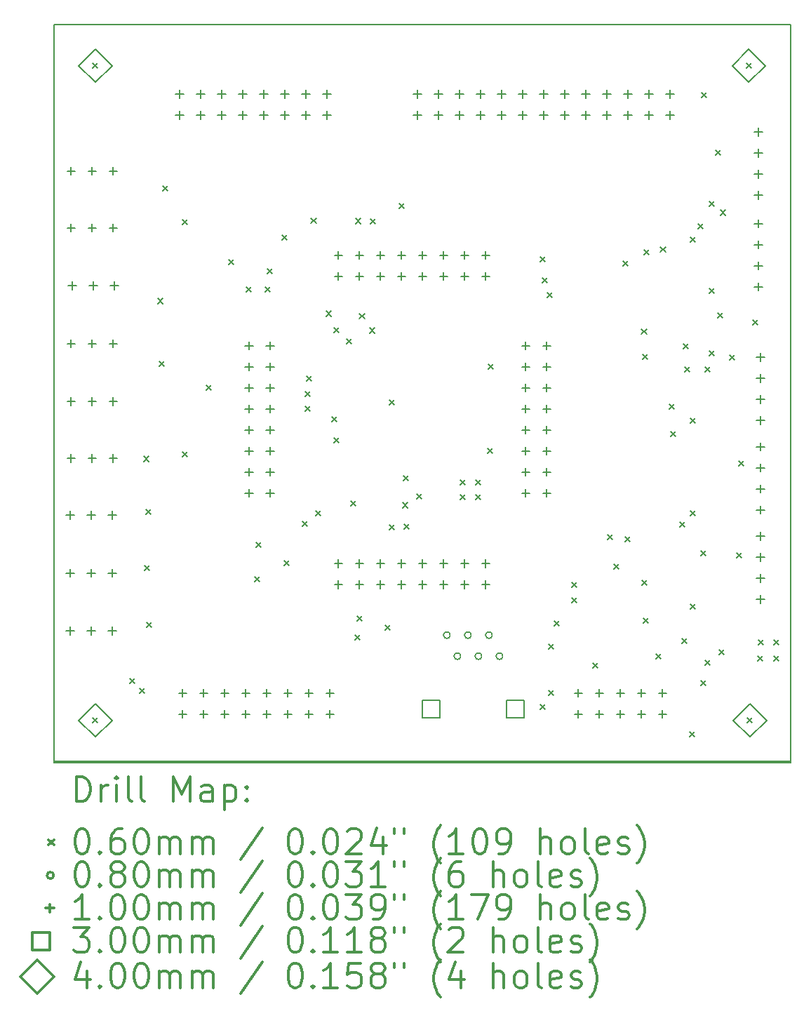
<source format=gbr>
%FSLAX45Y45*%
G04 Gerber Fmt 4.5, Leading zero omitted, Abs format (unit mm)*
G04 Created by KiCad (PCBNEW 4.0.0-rc1-stable) date mer. 14 oct. 2015 22:56:35 CEST*
%MOMM*%
G01*
G04 APERTURE LIST*
%ADD10C,0.127000*%
%ADD11C,0.150000*%
%ADD12C,0.200000*%
%ADD13C,0.300000*%
G04 APERTURE END LIST*
D10*
D11*
X6400800Y-12382500D02*
X6400800Y-3492500D01*
X15290800Y-12382500D02*
X6400800Y-12382500D01*
X15290800Y-3492500D02*
X15290800Y-12382500D01*
X6400800Y-3492500D02*
X15290800Y-3492500D01*
X15290800Y-3492500D02*
X6400800Y-3492500D01*
X15290800Y-12395200D02*
X15290800Y-3492500D01*
X6400800Y-12395200D02*
X15290800Y-12395200D01*
X6400800Y-3492500D02*
X6400800Y-12395200D01*
D12*
X6866100Y-3957800D02*
X6926100Y-4017800D01*
X6926100Y-3957800D02*
X6866100Y-4017800D01*
X6866100Y-11857200D02*
X6926100Y-11917200D01*
X6926100Y-11857200D02*
X6866100Y-11917200D01*
X7308060Y-11384760D02*
X7368060Y-11444760D01*
X7368060Y-11384760D02*
X7308060Y-11444760D01*
X7427440Y-11504140D02*
X7487440Y-11564140D01*
X7487440Y-11504140D02*
X7427440Y-11564140D01*
X7480780Y-8702520D02*
X7540780Y-8762520D01*
X7540780Y-8702520D02*
X7480780Y-8762520D01*
X7490940Y-10018240D02*
X7550940Y-10078240D01*
X7550940Y-10018240D02*
X7490940Y-10078240D01*
X7503640Y-9342600D02*
X7563640Y-9402600D01*
X7563640Y-9342600D02*
X7503640Y-9402600D01*
X7511260Y-10704040D02*
X7571260Y-10764040D01*
X7571260Y-10704040D02*
X7511260Y-10764040D01*
X7650960Y-6797520D02*
X7710960Y-6857520D01*
X7710960Y-6797520D02*
X7650960Y-6857520D01*
X7668740Y-7556980D02*
X7728740Y-7616980D01*
X7728740Y-7556980D02*
X7668740Y-7616980D01*
X7709380Y-5436080D02*
X7769380Y-5496080D01*
X7769380Y-5436080D02*
X7709380Y-5496080D01*
X7945600Y-5847560D02*
X8005600Y-5907560D01*
X8005600Y-5847560D02*
X7945600Y-5907560D01*
X7945600Y-8644100D02*
X8005600Y-8704100D01*
X8005600Y-8644100D02*
X7945600Y-8704100D01*
X8237700Y-7844000D02*
X8297700Y-7904000D01*
X8297700Y-7844000D02*
X8237700Y-7904000D01*
X8501860Y-6330160D02*
X8561860Y-6390160D01*
X8561860Y-6330160D02*
X8501860Y-6390160D01*
X8720300Y-6656550D02*
X8780300Y-6716550D01*
X8780300Y-6656550D02*
X8720300Y-6716550D01*
X8821900Y-10155400D02*
X8881900Y-10215400D01*
X8881900Y-10155400D02*
X8821900Y-10215400D01*
X8834600Y-9736300D02*
X8894600Y-9796300D01*
X8894600Y-9736300D02*
X8834600Y-9796300D01*
X8946360Y-6655280D02*
X9006360Y-6715280D01*
X9006360Y-6655280D02*
X8946360Y-6715280D01*
X8971760Y-6439380D02*
X9031760Y-6499380D01*
X9031760Y-6439380D02*
X8971760Y-6499380D01*
X9145750Y-6027900D02*
X9205750Y-6087900D01*
X9205750Y-6027900D02*
X9145750Y-6087900D01*
X9177500Y-9958550D02*
X9237500Y-10018550D01*
X9237500Y-9958550D02*
X9177500Y-10018550D01*
X9393400Y-9482300D02*
X9453400Y-9542300D01*
X9453400Y-9482300D02*
X9393400Y-9542300D01*
X9431500Y-7917660D02*
X9491500Y-7977660D01*
X9491500Y-7917660D02*
X9431500Y-7977660D01*
X9431500Y-8098000D02*
X9491500Y-8158000D01*
X9491500Y-8098000D02*
X9431500Y-8158000D01*
X9441660Y-7732240D02*
X9501660Y-7792240D01*
X9501660Y-7732240D02*
X9441660Y-7792240D01*
X9500080Y-5827240D02*
X9560080Y-5887240D01*
X9560080Y-5827240D02*
X9500080Y-5887240D01*
X9558500Y-9355300D02*
X9618500Y-9415300D01*
X9618500Y-9355300D02*
X9558500Y-9415300D01*
X9680420Y-6949920D02*
X9740420Y-7009920D01*
X9740420Y-6949920D02*
X9680420Y-7009920D01*
X9749000Y-8225000D02*
X9809000Y-8285000D01*
X9809000Y-8225000D02*
X9749000Y-8285000D01*
X9774400Y-7145500D02*
X9834400Y-7205500D01*
X9834400Y-7145500D02*
X9774400Y-7205500D01*
X9774400Y-8479000D02*
X9834400Y-8539000D01*
X9834400Y-8479000D02*
X9774400Y-8539000D01*
X9926800Y-7282660D02*
X9986800Y-7342660D01*
X9986800Y-7282660D02*
X9926800Y-7342660D01*
X9977600Y-9241000D02*
X10037600Y-9301000D01*
X10037600Y-9241000D02*
X9977600Y-9301000D01*
X10028400Y-10853900D02*
X10088400Y-10913900D01*
X10088400Y-10853900D02*
X10028400Y-10913900D01*
X10038560Y-5832320D02*
X10098560Y-5892320D01*
X10098560Y-5832320D02*
X10038560Y-5892320D01*
X10053800Y-10625300D02*
X10113800Y-10685300D01*
X10113800Y-10625300D02*
X10053800Y-10685300D01*
X10084280Y-6980400D02*
X10144280Y-7040400D01*
X10144280Y-6980400D02*
X10084280Y-7040400D01*
X10203660Y-7153120D02*
X10263660Y-7213120D01*
X10263660Y-7153120D02*
X10203660Y-7213120D01*
X10218900Y-5837400D02*
X10278900Y-5897400D01*
X10278900Y-5837400D02*
X10218900Y-5897400D01*
X10396700Y-10739600D02*
X10456700Y-10799600D01*
X10456700Y-10739600D02*
X10396700Y-10799600D01*
X10447500Y-8019260D02*
X10507500Y-8079260D01*
X10507500Y-8019260D02*
X10447500Y-8079260D01*
X10447500Y-9526750D02*
X10507500Y-9586750D01*
X10507500Y-9526750D02*
X10447500Y-9586750D01*
X10561800Y-5646900D02*
X10621800Y-5706900D01*
X10621800Y-5646900D02*
X10561800Y-5706900D01*
X10602440Y-9261320D02*
X10662440Y-9321320D01*
X10662440Y-9261320D02*
X10602440Y-9321320D01*
X10612600Y-8936200D02*
X10672600Y-8996200D01*
X10672600Y-8936200D02*
X10612600Y-8996200D01*
X10625300Y-9520400D02*
X10685300Y-9580400D01*
X10685300Y-9520400D02*
X10625300Y-9580400D01*
X10777700Y-9152100D02*
X10837700Y-9212100D01*
X10837700Y-9152100D02*
X10777700Y-9212100D01*
X11298400Y-8987000D02*
X11358400Y-9047000D01*
X11358400Y-8987000D02*
X11298400Y-9047000D01*
X11298400Y-9164800D02*
X11358400Y-9224800D01*
X11358400Y-9164800D02*
X11298400Y-9224800D01*
X11486360Y-8989540D02*
X11546360Y-9049540D01*
X11546360Y-8989540D02*
X11486360Y-9049540D01*
X11486360Y-9164800D02*
X11546360Y-9224800D01*
X11546360Y-9164800D02*
X11486360Y-9224800D01*
X11628600Y-8606000D02*
X11688600Y-8666000D01*
X11688600Y-8606000D02*
X11628600Y-8666000D01*
X11641300Y-7590000D02*
X11701300Y-7650000D01*
X11701300Y-7590000D02*
X11641300Y-7650000D01*
X12263600Y-6294600D02*
X12323600Y-6354600D01*
X12323600Y-6294600D02*
X12263600Y-6354600D01*
X12266648Y-11698196D02*
X12326648Y-11758196D01*
X12326648Y-11698196D02*
X12266648Y-11758196D01*
X12289000Y-6548600D02*
X12349000Y-6608600D01*
X12349000Y-6548600D02*
X12289000Y-6608600D01*
X12352500Y-6726400D02*
X12412500Y-6786400D01*
X12412500Y-6726400D02*
X12352500Y-6786400D01*
X12362660Y-11529032D02*
X12422660Y-11589032D01*
X12422660Y-11529032D02*
X12362660Y-11589032D01*
X12365200Y-10968200D02*
X12425200Y-11028200D01*
X12425200Y-10968200D02*
X12365200Y-11028200D01*
X12430224Y-10688800D02*
X12490224Y-10748800D01*
X12490224Y-10688800D02*
X12430224Y-10748800D01*
X12644600Y-10218900D02*
X12704600Y-10278900D01*
X12704600Y-10218900D02*
X12644600Y-10278900D01*
X12644600Y-10409400D02*
X12704600Y-10469400D01*
X12704600Y-10409400D02*
X12644600Y-10469400D01*
X12900632Y-11192736D02*
X12960632Y-11252736D01*
X12960632Y-11192736D02*
X12900632Y-11252736D01*
X13076400Y-9647400D02*
X13136400Y-9707400D01*
X13136400Y-9647400D02*
X13076400Y-9707400D01*
X13152600Y-10003000D02*
X13212600Y-10063000D01*
X13212600Y-10003000D02*
X13152600Y-10063000D01*
X13266900Y-6345400D02*
X13326900Y-6405400D01*
X13326900Y-6345400D02*
X13266900Y-6405400D01*
X13292300Y-9672800D02*
X13352300Y-9732800D01*
X13352300Y-9672800D02*
X13292300Y-9732800D01*
X13487880Y-7163280D02*
X13547880Y-7223280D01*
X13547880Y-7163280D02*
X13487880Y-7223280D01*
X13495500Y-10193500D02*
X13555500Y-10253500D01*
X13555500Y-10193500D02*
X13495500Y-10253500D01*
X13498040Y-7470620D02*
X13558040Y-7530620D01*
X13558040Y-7470620D02*
X13498040Y-7530620D01*
X13508200Y-10650700D02*
X13568200Y-10710700D01*
X13568200Y-10650700D02*
X13508200Y-10710700D01*
X13520900Y-6205700D02*
X13580900Y-6265700D01*
X13580900Y-6205700D02*
X13520900Y-6265700D01*
X13660600Y-11082500D02*
X13720600Y-11142500D01*
X13720600Y-11082500D02*
X13660600Y-11142500D01*
X13716480Y-6177760D02*
X13776480Y-6237760D01*
X13776480Y-6177760D02*
X13716480Y-6237760D01*
X13825700Y-8072600D02*
X13885700Y-8132600D01*
X13885700Y-8072600D02*
X13825700Y-8132600D01*
X13838400Y-8402800D02*
X13898400Y-8462800D01*
X13898400Y-8402800D02*
X13838400Y-8462800D01*
X13952700Y-9495000D02*
X14012700Y-9555000D01*
X14012700Y-9495000D02*
X13952700Y-9555000D01*
X13971750Y-10898350D02*
X14031750Y-10958350D01*
X14031750Y-10898350D02*
X13971750Y-10958350D01*
X13993340Y-7343620D02*
X14053340Y-7403620D01*
X14053340Y-7343620D02*
X13993340Y-7403620D01*
X14008580Y-7623020D02*
X14068580Y-7683020D01*
X14068580Y-7623020D02*
X14008580Y-7683020D01*
X14067000Y-12022300D02*
X14127000Y-12082300D01*
X14127000Y-12022300D02*
X14067000Y-12082300D01*
X14077160Y-6053300D02*
X14137160Y-6113300D01*
X14137160Y-6053300D02*
X14077160Y-6113300D01*
X14079700Y-8237700D02*
X14139700Y-8297700D01*
X14139700Y-8237700D02*
X14079700Y-8297700D01*
X14079700Y-9355300D02*
X14139700Y-9415300D01*
X14139700Y-9355300D02*
X14079700Y-9415300D01*
X14079700Y-10485600D02*
X14139700Y-10545600D01*
X14139700Y-10485600D02*
X14079700Y-10545600D01*
X14171140Y-5898360D02*
X14231140Y-5958360D01*
X14231140Y-5898360D02*
X14171140Y-5958360D01*
X14206700Y-9837900D02*
X14266700Y-9897900D01*
X14266700Y-9837900D02*
X14206700Y-9897900D01*
X14206700Y-11406350D02*
X14266700Y-11466350D01*
X14266700Y-11406350D02*
X14206700Y-11466350D01*
X14211780Y-4315940D02*
X14271780Y-4375940D01*
X14271780Y-4315940D02*
X14211780Y-4375940D01*
X14254960Y-7620480D02*
X14314960Y-7680480D01*
X14314960Y-7620480D02*
X14254960Y-7680480D01*
X14257500Y-11158700D02*
X14317500Y-11218700D01*
X14317500Y-11158700D02*
X14257500Y-11218700D01*
X14308300Y-5621500D02*
X14368300Y-5681500D01*
X14368300Y-5621500D02*
X14308300Y-5681500D01*
X14308300Y-6675600D02*
X14368300Y-6735600D01*
X14368300Y-6675600D02*
X14308300Y-6735600D01*
X14308300Y-7424900D02*
X14368300Y-7484900D01*
X14368300Y-7424900D02*
X14308300Y-7484900D01*
X14379420Y-5009360D02*
X14439420Y-5069360D01*
X14439420Y-5009360D02*
X14379420Y-5069360D01*
X14409900Y-6967700D02*
X14469900Y-7027700D01*
X14469900Y-6967700D02*
X14409900Y-7027700D01*
X14422600Y-11031700D02*
X14482600Y-11091700D01*
X14482600Y-11031700D02*
X14422600Y-11091700D01*
X14440380Y-5730720D02*
X14500380Y-5790720D01*
X14500380Y-5730720D02*
X14440380Y-5790720D01*
X14549600Y-7475700D02*
X14609600Y-7535700D01*
X14609600Y-7475700D02*
X14549600Y-7535700D01*
X14638500Y-9863300D02*
X14698500Y-9923300D01*
X14698500Y-9863300D02*
X14638500Y-9923300D01*
X14663900Y-8758400D02*
X14723900Y-8818400D01*
X14723900Y-8758400D02*
X14663900Y-8818400D01*
X14752800Y-3957800D02*
X14812800Y-4017800D01*
X14812800Y-3957800D02*
X14752800Y-4017800D01*
X14765500Y-11857200D02*
X14825500Y-11917200D01*
X14825500Y-11857200D02*
X14765500Y-11917200D01*
X14829000Y-7056600D02*
X14889000Y-7116600D01*
X14889000Y-7056600D02*
X14829000Y-7116600D01*
X14892500Y-11107900D02*
X14952500Y-11167900D01*
X14952500Y-11107900D02*
X14892500Y-11167900D01*
X14895040Y-10919940D02*
X14955040Y-10979940D01*
X14955040Y-10919940D02*
X14895040Y-10979940D01*
X15083000Y-10919940D02*
X15143000Y-10979940D01*
X15143000Y-10919940D02*
X15083000Y-10979940D01*
X15085540Y-11107900D02*
X15145540Y-11167900D01*
X15145540Y-11107900D02*
X15085540Y-11167900D01*
X11177900Y-10858500D02*
G75*
G03X11177900Y-10858500I-40000J0D01*
G01*
X11304900Y-11112500D02*
G75*
G03X11304900Y-11112500I-40000J0D01*
G01*
X11431900Y-10858500D02*
G75*
G03X11431900Y-10858500I-40000J0D01*
G01*
X11558900Y-11112500D02*
G75*
G03X11558900Y-11112500I-40000J0D01*
G01*
X11685900Y-10858500D02*
G75*
G03X11685900Y-10858500I-40000J0D01*
G01*
X11812900Y-11112500D02*
G75*
G03X11812900Y-11112500I-40000J0D01*
G01*
X6591300Y-9360700D02*
X6591300Y-9460700D01*
X6541300Y-9410700D02*
X6641300Y-9410700D01*
X6591300Y-10059200D02*
X6591300Y-10159200D01*
X6541300Y-10109200D02*
X6641300Y-10109200D01*
X6591300Y-10757700D02*
X6591300Y-10857700D01*
X6541300Y-10807700D02*
X6641300Y-10807700D01*
X6604000Y-5207800D02*
X6604000Y-5307800D01*
X6554000Y-5257800D02*
X6654000Y-5257800D01*
X6604000Y-5893600D02*
X6604000Y-5993600D01*
X6554000Y-5943600D02*
X6654000Y-5943600D01*
X6604000Y-7290600D02*
X6604000Y-7390600D01*
X6554000Y-7340600D02*
X6654000Y-7340600D01*
X6604000Y-7989100D02*
X6604000Y-8089100D01*
X6554000Y-8039100D02*
X6654000Y-8039100D01*
X6604000Y-8674900D02*
X6604000Y-8774900D01*
X6554000Y-8724900D02*
X6654000Y-8724900D01*
X6616700Y-6592100D02*
X6616700Y-6692100D01*
X6566700Y-6642100D02*
X6666700Y-6642100D01*
X6845300Y-9360700D02*
X6845300Y-9460700D01*
X6795300Y-9410700D02*
X6895300Y-9410700D01*
X6845300Y-10059200D02*
X6845300Y-10159200D01*
X6795300Y-10109200D02*
X6895300Y-10109200D01*
X6845300Y-10757700D02*
X6845300Y-10857700D01*
X6795300Y-10807700D02*
X6895300Y-10807700D01*
X6858000Y-5207800D02*
X6858000Y-5307800D01*
X6808000Y-5257800D02*
X6908000Y-5257800D01*
X6858000Y-5893600D02*
X6858000Y-5993600D01*
X6808000Y-5943600D02*
X6908000Y-5943600D01*
X6858000Y-7290600D02*
X6858000Y-7390600D01*
X6808000Y-7340600D02*
X6908000Y-7340600D01*
X6858000Y-7989100D02*
X6858000Y-8089100D01*
X6808000Y-8039100D02*
X6908000Y-8039100D01*
X6858000Y-8674900D02*
X6858000Y-8774900D01*
X6808000Y-8724900D02*
X6908000Y-8724900D01*
X6870700Y-6592100D02*
X6870700Y-6692100D01*
X6820700Y-6642100D02*
X6920700Y-6642100D01*
X7099300Y-9360700D02*
X7099300Y-9460700D01*
X7049300Y-9410700D02*
X7149300Y-9410700D01*
X7099300Y-10059200D02*
X7099300Y-10159200D01*
X7049300Y-10109200D02*
X7149300Y-10109200D01*
X7099300Y-10757700D02*
X7099300Y-10857700D01*
X7049300Y-10807700D02*
X7149300Y-10807700D01*
X7112000Y-5207800D02*
X7112000Y-5307800D01*
X7062000Y-5257800D02*
X7162000Y-5257800D01*
X7112000Y-5893600D02*
X7112000Y-5993600D01*
X7062000Y-5943600D02*
X7162000Y-5943600D01*
X7112000Y-7290600D02*
X7112000Y-7390600D01*
X7062000Y-7340600D02*
X7162000Y-7340600D01*
X7112000Y-7989100D02*
X7112000Y-8089100D01*
X7062000Y-8039100D02*
X7162000Y-8039100D01*
X7112000Y-8674900D02*
X7112000Y-8774900D01*
X7062000Y-8724900D02*
X7162000Y-8724900D01*
X7124700Y-6592100D02*
X7124700Y-6692100D01*
X7074700Y-6642100D02*
X7174700Y-6642100D01*
X7912100Y-4280700D02*
X7912100Y-4380700D01*
X7862100Y-4330700D02*
X7962100Y-4330700D01*
X7912100Y-4534700D02*
X7912100Y-4634700D01*
X7862100Y-4584700D02*
X7962100Y-4584700D01*
X7950200Y-11507000D02*
X7950200Y-11607000D01*
X7900200Y-11557000D02*
X8000200Y-11557000D01*
X7950200Y-11761000D02*
X7950200Y-11861000D01*
X7900200Y-11811000D02*
X8000200Y-11811000D01*
X8166100Y-4280700D02*
X8166100Y-4380700D01*
X8116100Y-4330700D02*
X8216100Y-4330700D01*
X8166100Y-4534700D02*
X8166100Y-4634700D01*
X8116100Y-4584700D02*
X8216100Y-4584700D01*
X8204200Y-11507000D02*
X8204200Y-11607000D01*
X8154200Y-11557000D02*
X8254200Y-11557000D01*
X8204200Y-11761000D02*
X8204200Y-11861000D01*
X8154200Y-11811000D02*
X8254200Y-11811000D01*
X8420100Y-4280700D02*
X8420100Y-4380700D01*
X8370100Y-4330700D02*
X8470100Y-4330700D01*
X8420100Y-4534700D02*
X8420100Y-4634700D01*
X8370100Y-4584700D02*
X8470100Y-4584700D01*
X8458200Y-11507000D02*
X8458200Y-11607000D01*
X8408200Y-11557000D02*
X8508200Y-11557000D01*
X8458200Y-11761000D02*
X8458200Y-11861000D01*
X8408200Y-11811000D02*
X8508200Y-11811000D01*
X8674100Y-4280700D02*
X8674100Y-4380700D01*
X8624100Y-4330700D02*
X8724100Y-4330700D01*
X8674100Y-4534700D02*
X8674100Y-4634700D01*
X8624100Y-4584700D02*
X8724100Y-4584700D01*
X8712200Y-11507000D02*
X8712200Y-11607000D01*
X8662200Y-11557000D02*
X8762200Y-11557000D01*
X8712200Y-11761000D02*
X8712200Y-11861000D01*
X8662200Y-11811000D02*
X8762200Y-11811000D01*
X8750300Y-7316000D02*
X8750300Y-7416000D01*
X8700300Y-7366000D02*
X8800300Y-7366000D01*
X8750300Y-7570000D02*
X8750300Y-7670000D01*
X8700300Y-7620000D02*
X8800300Y-7620000D01*
X8750300Y-7824000D02*
X8750300Y-7924000D01*
X8700300Y-7874000D02*
X8800300Y-7874000D01*
X8750300Y-8078000D02*
X8750300Y-8178000D01*
X8700300Y-8128000D02*
X8800300Y-8128000D01*
X8750300Y-8332000D02*
X8750300Y-8432000D01*
X8700300Y-8382000D02*
X8800300Y-8382000D01*
X8750300Y-8586000D02*
X8750300Y-8686000D01*
X8700300Y-8636000D02*
X8800300Y-8636000D01*
X8750300Y-8840000D02*
X8750300Y-8940000D01*
X8700300Y-8890000D02*
X8800300Y-8890000D01*
X8750300Y-9094000D02*
X8750300Y-9194000D01*
X8700300Y-9144000D02*
X8800300Y-9144000D01*
X8928100Y-4280700D02*
X8928100Y-4380700D01*
X8878100Y-4330700D02*
X8978100Y-4330700D01*
X8928100Y-4534700D02*
X8928100Y-4634700D01*
X8878100Y-4584700D02*
X8978100Y-4584700D01*
X8966200Y-11507000D02*
X8966200Y-11607000D01*
X8916200Y-11557000D02*
X9016200Y-11557000D01*
X8966200Y-11761000D02*
X8966200Y-11861000D01*
X8916200Y-11811000D02*
X9016200Y-11811000D01*
X9004300Y-7316000D02*
X9004300Y-7416000D01*
X8954300Y-7366000D02*
X9054300Y-7366000D01*
X9004300Y-7570000D02*
X9004300Y-7670000D01*
X8954300Y-7620000D02*
X9054300Y-7620000D01*
X9004300Y-7824000D02*
X9004300Y-7924000D01*
X8954300Y-7874000D02*
X9054300Y-7874000D01*
X9004300Y-8078000D02*
X9004300Y-8178000D01*
X8954300Y-8128000D02*
X9054300Y-8128000D01*
X9004300Y-8332000D02*
X9004300Y-8432000D01*
X8954300Y-8382000D02*
X9054300Y-8382000D01*
X9004300Y-8586000D02*
X9004300Y-8686000D01*
X8954300Y-8636000D02*
X9054300Y-8636000D01*
X9004300Y-8840000D02*
X9004300Y-8940000D01*
X8954300Y-8890000D02*
X9054300Y-8890000D01*
X9004300Y-9094000D02*
X9004300Y-9194000D01*
X8954300Y-9144000D02*
X9054300Y-9144000D01*
X9182100Y-4280700D02*
X9182100Y-4380700D01*
X9132100Y-4330700D02*
X9232100Y-4330700D01*
X9182100Y-4534700D02*
X9182100Y-4634700D01*
X9132100Y-4584700D02*
X9232100Y-4584700D01*
X9220200Y-11507000D02*
X9220200Y-11607000D01*
X9170200Y-11557000D02*
X9270200Y-11557000D01*
X9220200Y-11761000D02*
X9220200Y-11861000D01*
X9170200Y-11811000D02*
X9270200Y-11811000D01*
X9436100Y-4280700D02*
X9436100Y-4380700D01*
X9386100Y-4330700D02*
X9486100Y-4330700D01*
X9436100Y-4534700D02*
X9436100Y-4634700D01*
X9386100Y-4584700D02*
X9486100Y-4584700D01*
X9474200Y-11507000D02*
X9474200Y-11607000D01*
X9424200Y-11557000D02*
X9524200Y-11557000D01*
X9474200Y-11761000D02*
X9474200Y-11861000D01*
X9424200Y-11811000D02*
X9524200Y-11811000D01*
X9690100Y-4280700D02*
X9690100Y-4380700D01*
X9640100Y-4330700D02*
X9740100Y-4330700D01*
X9690100Y-4534700D02*
X9690100Y-4634700D01*
X9640100Y-4584700D02*
X9740100Y-4584700D01*
X9728200Y-11507000D02*
X9728200Y-11607000D01*
X9678200Y-11557000D02*
X9778200Y-11557000D01*
X9728200Y-11761000D02*
X9728200Y-11861000D01*
X9678200Y-11811000D02*
X9778200Y-11811000D01*
X9829800Y-6223800D02*
X9829800Y-6323800D01*
X9779800Y-6273800D02*
X9879800Y-6273800D01*
X9829800Y-6477800D02*
X9829800Y-6577800D01*
X9779800Y-6527800D02*
X9879800Y-6527800D01*
X9829800Y-9944646D02*
X9829800Y-10044646D01*
X9779800Y-9994646D02*
X9879800Y-9994646D01*
X9829800Y-10198646D02*
X9829800Y-10298646D01*
X9779800Y-10248646D02*
X9879800Y-10248646D01*
X10083800Y-6223800D02*
X10083800Y-6323800D01*
X10033800Y-6273800D02*
X10133800Y-6273800D01*
X10083800Y-6477800D02*
X10083800Y-6577800D01*
X10033800Y-6527800D02*
X10133800Y-6527800D01*
X10083800Y-9944646D02*
X10083800Y-10044646D01*
X10033800Y-9994646D02*
X10133800Y-9994646D01*
X10083800Y-10198646D02*
X10083800Y-10298646D01*
X10033800Y-10248646D02*
X10133800Y-10248646D01*
X10337800Y-6223800D02*
X10337800Y-6323800D01*
X10287800Y-6273800D02*
X10387800Y-6273800D01*
X10337800Y-6477800D02*
X10337800Y-6577800D01*
X10287800Y-6527800D02*
X10387800Y-6527800D01*
X10337800Y-9944646D02*
X10337800Y-10044646D01*
X10287800Y-9994646D02*
X10387800Y-9994646D01*
X10337800Y-10198646D02*
X10337800Y-10298646D01*
X10287800Y-10248646D02*
X10387800Y-10248646D01*
X10591800Y-6223800D02*
X10591800Y-6323800D01*
X10541800Y-6273800D02*
X10641800Y-6273800D01*
X10591800Y-6477800D02*
X10591800Y-6577800D01*
X10541800Y-6527800D02*
X10641800Y-6527800D01*
X10591800Y-9944646D02*
X10591800Y-10044646D01*
X10541800Y-9994646D02*
X10641800Y-9994646D01*
X10591800Y-10198646D02*
X10591800Y-10298646D01*
X10541800Y-10248646D02*
X10641800Y-10248646D01*
X10782300Y-4280700D02*
X10782300Y-4380700D01*
X10732300Y-4330700D02*
X10832300Y-4330700D01*
X10782300Y-4534700D02*
X10782300Y-4634700D01*
X10732300Y-4584700D02*
X10832300Y-4584700D01*
X10845800Y-6223800D02*
X10845800Y-6323800D01*
X10795800Y-6273800D02*
X10895800Y-6273800D01*
X10845800Y-6477800D02*
X10845800Y-6577800D01*
X10795800Y-6527800D02*
X10895800Y-6527800D01*
X10845800Y-9944646D02*
X10845800Y-10044646D01*
X10795800Y-9994646D02*
X10895800Y-9994646D01*
X10845800Y-10198646D02*
X10845800Y-10298646D01*
X10795800Y-10248646D02*
X10895800Y-10248646D01*
X11036300Y-4280700D02*
X11036300Y-4380700D01*
X10986300Y-4330700D02*
X11086300Y-4330700D01*
X11036300Y-4534700D02*
X11036300Y-4634700D01*
X10986300Y-4584700D02*
X11086300Y-4584700D01*
X11099800Y-6223800D02*
X11099800Y-6323800D01*
X11049800Y-6273800D02*
X11149800Y-6273800D01*
X11099800Y-6477800D02*
X11099800Y-6577800D01*
X11049800Y-6527800D02*
X11149800Y-6527800D01*
X11099800Y-9944646D02*
X11099800Y-10044646D01*
X11049800Y-9994646D02*
X11149800Y-9994646D01*
X11099800Y-10198646D02*
X11099800Y-10298646D01*
X11049800Y-10248646D02*
X11149800Y-10248646D01*
X11290300Y-4280700D02*
X11290300Y-4380700D01*
X11240300Y-4330700D02*
X11340300Y-4330700D01*
X11290300Y-4534700D02*
X11290300Y-4634700D01*
X11240300Y-4584700D02*
X11340300Y-4584700D01*
X11353800Y-6223800D02*
X11353800Y-6323800D01*
X11303800Y-6273800D02*
X11403800Y-6273800D01*
X11353800Y-6477800D02*
X11353800Y-6577800D01*
X11303800Y-6527800D02*
X11403800Y-6527800D01*
X11353800Y-9944646D02*
X11353800Y-10044646D01*
X11303800Y-9994646D02*
X11403800Y-9994646D01*
X11353800Y-10198646D02*
X11353800Y-10298646D01*
X11303800Y-10248646D02*
X11403800Y-10248646D01*
X11544300Y-4280700D02*
X11544300Y-4380700D01*
X11494300Y-4330700D02*
X11594300Y-4330700D01*
X11544300Y-4534700D02*
X11544300Y-4634700D01*
X11494300Y-4584700D02*
X11594300Y-4584700D01*
X11607800Y-6223800D02*
X11607800Y-6323800D01*
X11557800Y-6273800D02*
X11657800Y-6273800D01*
X11607800Y-6477800D02*
X11607800Y-6577800D01*
X11557800Y-6527800D02*
X11657800Y-6527800D01*
X11607800Y-9944646D02*
X11607800Y-10044646D01*
X11557800Y-9994646D02*
X11657800Y-9994646D01*
X11607800Y-10198646D02*
X11607800Y-10298646D01*
X11557800Y-10248646D02*
X11657800Y-10248646D01*
X11798300Y-4280700D02*
X11798300Y-4380700D01*
X11748300Y-4330700D02*
X11848300Y-4330700D01*
X11798300Y-4534700D02*
X11798300Y-4634700D01*
X11748300Y-4584700D02*
X11848300Y-4584700D01*
X12052300Y-4280700D02*
X12052300Y-4380700D01*
X12002300Y-4330700D02*
X12102300Y-4330700D01*
X12052300Y-4534700D02*
X12052300Y-4634700D01*
X12002300Y-4584700D02*
X12102300Y-4584700D01*
X12090400Y-7316000D02*
X12090400Y-7416000D01*
X12040400Y-7366000D02*
X12140400Y-7366000D01*
X12090400Y-7570000D02*
X12090400Y-7670000D01*
X12040400Y-7620000D02*
X12140400Y-7620000D01*
X12090400Y-7824000D02*
X12090400Y-7924000D01*
X12040400Y-7874000D02*
X12140400Y-7874000D01*
X12090400Y-8078000D02*
X12090400Y-8178000D01*
X12040400Y-8128000D02*
X12140400Y-8128000D01*
X12090400Y-8332000D02*
X12090400Y-8432000D01*
X12040400Y-8382000D02*
X12140400Y-8382000D01*
X12090400Y-8586000D02*
X12090400Y-8686000D01*
X12040400Y-8636000D02*
X12140400Y-8636000D01*
X12090400Y-8840000D02*
X12090400Y-8940000D01*
X12040400Y-8890000D02*
X12140400Y-8890000D01*
X12090400Y-9094000D02*
X12090400Y-9194000D01*
X12040400Y-9144000D02*
X12140400Y-9144000D01*
X12306300Y-4280700D02*
X12306300Y-4380700D01*
X12256300Y-4330700D02*
X12356300Y-4330700D01*
X12306300Y-4534700D02*
X12306300Y-4634700D01*
X12256300Y-4584700D02*
X12356300Y-4584700D01*
X12344400Y-7316000D02*
X12344400Y-7416000D01*
X12294400Y-7366000D02*
X12394400Y-7366000D01*
X12344400Y-7570000D02*
X12344400Y-7670000D01*
X12294400Y-7620000D02*
X12394400Y-7620000D01*
X12344400Y-7824000D02*
X12344400Y-7924000D01*
X12294400Y-7874000D02*
X12394400Y-7874000D01*
X12344400Y-8078000D02*
X12344400Y-8178000D01*
X12294400Y-8128000D02*
X12394400Y-8128000D01*
X12344400Y-8332000D02*
X12344400Y-8432000D01*
X12294400Y-8382000D02*
X12394400Y-8382000D01*
X12344400Y-8586000D02*
X12344400Y-8686000D01*
X12294400Y-8636000D02*
X12394400Y-8636000D01*
X12344400Y-8840000D02*
X12344400Y-8940000D01*
X12294400Y-8890000D02*
X12394400Y-8890000D01*
X12344400Y-9094000D02*
X12344400Y-9194000D01*
X12294400Y-9144000D02*
X12394400Y-9144000D01*
X12560300Y-4280700D02*
X12560300Y-4380700D01*
X12510300Y-4330700D02*
X12610300Y-4330700D01*
X12560300Y-4534700D02*
X12560300Y-4634700D01*
X12510300Y-4584700D02*
X12610300Y-4584700D01*
X12725400Y-11507000D02*
X12725400Y-11607000D01*
X12675400Y-11557000D02*
X12775400Y-11557000D01*
X12725400Y-11761000D02*
X12725400Y-11861000D01*
X12675400Y-11811000D02*
X12775400Y-11811000D01*
X12814300Y-4280700D02*
X12814300Y-4380700D01*
X12764300Y-4330700D02*
X12864300Y-4330700D01*
X12814300Y-4534700D02*
X12814300Y-4634700D01*
X12764300Y-4584700D02*
X12864300Y-4584700D01*
X12979400Y-11507000D02*
X12979400Y-11607000D01*
X12929400Y-11557000D02*
X13029400Y-11557000D01*
X12979400Y-11761000D02*
X12979400Y-11861000D01*
X12929400Y-11811000D02*
X13029400Y-11811000D01*
X13068300Y-4280700D02*
X13068300Y-4380700D01*
X13018300Y-4330700D02*
X13118300Y-4330700D01*
X13068300Y-4534700D02*
X13068300Y-4634700D01*
X13018300Y-4584700D02*
X13118300Y-4584700D01*
X13233400Y-11507000D02*
X13233400Y-11607000D01*
X13183400Y-11557000D02*
X13283400Y-11557000D01*
X13233400Y-11761000D02*
X13233400Y-11861000D01*
X13183400Y-11811000D02*
X13283400Y-11811000D01*
X13322300Y-4280700D02*
X13322300Y-4380700D01*
X13272300Y-4330700D02*
X13372300Y-4330700D01*
X13322300Y-4534700D02*
X13322300Y-4634700D01*
X13272300Y-4584700D02*
X13372300Y-4584700D01*
X13487400Y-11507000D02*
X13487400Y-11607000D01*
X13437400Y-11557000D02*
X13537400Y-11557000D01*
X13487400Y-11761000D02*
X13487400Y-11861000D01*
X13437400Y-11811000D02*
X13537400Y-11811000D01*
X13576300Y-4280700D02*
X13576300Y-4380700D01*
X13526300Y-4330700D02*
X13626300Y-4330700D01*
X13576300Y-4534700D02*
X13576300Y-4634700D01*
X13526300Y-4584700D02*
X13626300Y-4584700D01*
X13741400Y-11507000D02*
X13741400Y-11607000D01*
X13691400Y-11557000D02*
X13791400Y-11557000D01*
X13741400Y-11761000D02*
X13741400Y-11861000D01*
X13691400Y-11811000D02*
X13791400Y-11811000D01*
X13830300Y-4280700D02*
X13830300Y-4380700D01*
X13780300Y-4330700D02*
X13880300Y-4330700D01*
X13830300Y-4534700D02*
X13830300Y-4634700D01*
X13780300Y-4584700D02*
X13880300Y-4584700D01*
X14897100Y-4737900D02*
X14897100Y-4837900D01*
X14847100Y-4787900D02*
X14947100Y-4787900D01*
X14897100Y-4991900D02*
X14897100Y-5091900D01*
X14847100Y-5041900D02*
X14947100Y-5041900D01*
X14897100Y-5245900D02*
X14897100Y-5345900D01*
X14847100Y-5295900D02*
X14947100Y-5295900D01*
X14897100Y-5499900D02*
X14897100Y-5599900D01*
X14847100Y-5549900D02*
X14947100Y-5549900D01*
X14897100Y-5842800D02*
X14897100Y-5942800D01*
X14847100Y-5892800D02*
X14947100Y-5892800D01*
X14897100Y-6096800D02*
X14897100Y-6196800D01*
X14847100Y-6146800D02*
X14947100Y-6146800D01*
X14897100Y-6350800D02*
X14897100Y-6450800D01*
X14847100Y-6400800D02*
X14947100Y-6400800D01*
X14897100Y-6604800D02*
X14897100Y-6704800D01*
X14847100Y-6654800D02*
X14947100Y-6654800D01*
X14922500Y-7455700D02*
X14922500Y-7555700D01*
X14872500Y-7505700D02*
X14972500Y-7505700D01*
X14922500Y-7709700D02*
X14922500Y-7809700D01*
X14872500Y-7759700D02*
X14972500Y-7759700D01*
X14922500Y-7963700D02*
X14922500Y-8063700D01*
X14872500Y-8013700D02*
X14972500Y-8013700D01*
X14922500Y-8217700D02*
X14922500Y-8317700D01*
X14872500Y-8267700D02*
X14972500Y-8267700D01*
X14922500Y-8535200D02*
X14922500Y-8635200D01*
X14872500Y-8585200D02*
X14972500Y-8585200D01*
X14922500Y-8789200D02*
X14922500Y-8889200D01*
X14872500Y-8839200D02*
X14972500Y-8839200D01*
X14922500Y-9043200D02*
X14922500Y-9143200D01*
X14872500Y-9093200D02*
X14972500Y-9093200D01*
X14922500Y-9297200D02*
X14922500Y-9397200D01*
X14872500Y-9347200D02*
X14972500Y-9347200D01*
X14922500Y-9614700D02*
X14922500Y-9714700D01*
X14872500Y-9664700D02*
X14972500Y-9664700D01*
X14922500Y-9868700D02*
X14922500Y-9968700D01*
X14872500Y-9918700D02*
X14972500Y-9918700D01*
X14922500Y-10122700D02*
X14922500Y-10222700D01*
X14872500Y-10172700D02*
X14972500Y-10172700D01*
X14922500Y-10376700D02*
X14922500Y-10476700D01*
X14872500Y-10426700D02*
X14972500Y-10426700D01*
X11053467Y-11853567D02*
X11053467Y-11641433D01*
X10841333Y-11641433D01*
X10841333Y-11853567D01*
X11053467Y-11853567D01*
X12069467Y-11853567D02*
X12069467Y-11641433D01*
X11857333Y-11641433D01*
X11857333Y-11853567D01*
X12069467Y-11853567D01*
X6896100Y-4187825D02*
X7096125Y-3987800D01*
X6896100Y-3787775D01*
X6696075Y-3987800D01*
X6896100Y-4187825D01*
X6896100Y-12087225D02*
X7096125Y-11887200D01*
X6896100Y-11687175D01*
X6696075Y-11887200D01*
X6896100Y-12087225D01*
X14782800Y-4187825D02*
X14982825Y-3987800D01*
X14782800Y-3787775D01*
X14582775Y-3987800D01*
X14782800Y-4187825D01*
X14795500Y-12087225D02*
X14995525Y-11887200D01*
X14795500Y-11687175D01*
X14595475Y-11887200D01*
X14795500Y-12087225D01*
D13*
X6664728Y-12868414D02*
X6664728Y-12568414D01*
X6736157Y-12568414D01*
X6779014Y-12582700D01*
X6807586Y-12611271D01*
X6821871Y-12639843D01*
X6836157Y-12696986D01*
X6836157Y-12739843D01*
X6821871Y-12796986D01*
X6807586Y-12825557D01*
X6779014Y-12854129D01*
X6736157Y-12868414D01*
X6664728Y-12868414D01*
X6964728Y-12868414D02*
X6964728Y-12668414D01*
X6964728Y-12725557D02*
X6979014Y-12696986D01*
X6993300Y-12682700D01*
X7021871Y-12668414D01*
X7050443Y-12668414D01*
X7150443Y-12868414D02*
X7150443Y-12668414D01*
X7150443Y-12568414D02*
X7136157Y-12582700D01*
X7150443Y-12596986D01*
X7164728Y-12582700D01*
X7150443Y-12568414D01*
X7150443Y-12596986D01*
X7336157Y-12868414D02*
X7307586Y-12854129D01*
X7293300Y-12825557D01*
X7293300Y-12568414D01*
X7493300Y-12868414D02*
X7464728Y-12854129D01*
X7450443Y-12825557D01*
X7450443Y-12568414D01*
X7836157Y-12868414D02*
X7836157Y-12568414D01*
X7936157Y-12782700D01*
X8036157Y-12568414D01*
X8036157Y-12868414D01*
X8307586Y-12868414D02*
X8307586Y-12711271D01*
X8293300Y-12682700D01*
X8264728Y-12668414D01*
X8207586Y-12668414D01*
X8179014Y-12682700D01*
X8307586Y-12854129D02*
X8279014Y-12868414D01*
X8207586Y-12868414D01*
X8179014Y-12854129D01*
X8164728Y-12825557D01*
X8164728Y-12796986D01*
X8179014Y-12768414D01*
X8207586Y-12754129D01*
X8279014Y-12754129D01*
X8307586Y-12739843D01*
X8450443Y-12668414D02*
X8450443Y-12968414D01*
X8450443Y-12682700D02*
X8479014Y-12668414D01*
X8536157Y-12668414D01*
X8564729Y-12682700D01*
X8579014Y-12696986D01*
X8593300Y-12725557D01*
X8593300Y-12811271D01*
X8579014Y-12839843D01*
X8564729Y-12854129D01*
X8536157Y-12868414D01*
X8479014Y-12868414D01*
X8450443Y-12854129D01*
X8721871Y-12839843D02*
X8736157Y-12854129D01*
X8721871Y-12868414D01*
X8707586Y-12854129D01*
X8721871Y-12839843D01*
X8721871Y-12868414D01*
X8721871Y-12682700D02*
X8736157Y-12696986D01*
X8721871Y-12711271D01*
X8707586Y-12696986D01*
X8721871Y-12682700D01*
X8721871Y-12711271D01*
X6333300Y-13332700D02*
X6393300Y-13392700D01*
X6393300Y-13332700D02*
X6333300Y-13392700D01*
X6721871Y-13198414D02*
X6750443Y-13198414D01*
X6779014Y-13212700D01*
X6793300Y-13226986D01*
X6807586Y-13255557D01*
X6821871Y-13312700D01*
X6821871Y-13384129D01*
X6807586Y-13441271D01*
X6793300Y-13469843D01*
X6779014Y-13484129D01*
X6750443Y-13498414D01*
X6721871Y-13498414D01*
X6693300Y-13484129D01*
X6679014Y-13469843D01*
X6664728Y-13441271D01*
X6650443Y-13384129D01*
X6650443Y-13312700D01*
X6664728Y-13255557D01*
X6679014Y-13226986D01*
X6693300Y-13212700D01*
X6721871Y-13198414D01*
X6950443Y-13469843D02*
X6964728Y-13484129D01*
X6950443Y-13498414D01*
X6936157Y-13484129D01*
X6950443Y-13469843D01*
X6950443Y-13498414D01*
X7221871Y-13198414D02*
X7164728Y-13198414D01*
X7136157Y-13212700D01*
X7121871Y-13226986D01*
X7093300Y-13269843D01*
X7079014Y-13326986D01*
X7079014Y-13441271D01*
X7093300Y-13469843D01*
X7107586Y-13484129D01*
X7136157Y-13498414D01*
X7193300Y-13498414D01*
X7221871Y-13484129D01*
X7236157Y-13469843D01*
X7250443Y-13441271D01*
X7250443Y-13369843D01*
X7236157Y-13341271D01*
X7221871Y-13326986D01*
X7193300Y-13312700D01*
X7136157Y-13312700D01*
X7107586Y-13326986D01*
X7093300Y-13341271D01*
X7079014Y-13369843D01*
X7436157Y-13198414D02*
X7464728Y-13198414D01*
X7493300Y-13212700D01*
X7507586Y-13226986D01*
X7521871Y-13255557D01*
X7536157Y-13312700D01*
X7536157Y-13384129D01*
X7521871Y-13441271D01*
X7507586Y-13469843D01*
X7493300Y-13484129D01*
X7464728Y-13498414D01*
X7436157Y-13498414D01*
X7407586Y-13484129D01*
X7393300Y-13469843D01*
X7379014Y-13441271D01*
X7364728Y-13384129D01*
X7364728Y-13312700D01*
X7379014Y-13255557D01*
X7393300Y-13226986D01*
X7407586Y-13212700D01*
X7436157Y-13198414D01*
X7664728Y-13498414D02*
X7664728Y-13298414D01*
X7664728Y-13326986D02*
X7679014Y-13312700D01*
X7707586Y-13298414D01*
X7750443Y-13298414D01*
X7779014Y-13312700D01*
X7793300Y-13341271D01*
X7793300Y-13498414D01*
X7793300Y-13341271D02*
X7807586Y-13312700D01*
X7836157Y-13298414D01*
X7879014Y-13298414D01*
X7907586Y-13312700D01*
X7921871Y-13341271D01*
X7921871Y-13498414D01*
X8064728Y-13498414D02*
X8064728Y-13298414D01*
X8064728Y-13326986D02*
X8079014Y-13312700D01*
X8107586Y-13298414D01*
X8150443Y-13298414D01*
X8179014Y-13312700D01*
X8193300Y-13341271D01*
X8193300Y-13498414D01*
X8193300Y-13341271D02*
X8207586Y-13312700D01*
X8236157Y-13298414D01*
X8279014Y-13298414D01*
X8307586Y-13312700D01*
X8321871Y-13341271D01*
X8321871Y-13498414D01*
X8907586Y-13184129D02*
X8650443Y-13569843D01*
X9293300Y-13198414D02*
X9321871Y-13198414D01*
X9350443Y-13212700D01*
X9364728Y-13226986D01*
X9379014Y-13255557D01*
X9393300Y-13312700D01*
X9393300Y-13384129D01*
X9379014Y-13441271D01*
X9364728Y-13469843D01*
X9350443Y-13484129D01*
X9321871Y-13498414D01*
X9293300Y-13498414D01*
X9264728Y-13484129D01*
X9250443Y-13469843D01*
X9236157Y-13441271D01*
X9221871Y-13384129D01*
X9221871Y-13312700D01*
X9236157Y-13255557D01*
X9250443Y-13226986D01*
X9264728Y-13212700D01*
X9293300Y-13198414D01*
X9521871Y-13469843D02*
X9536157Y-13484129D01*
X9521871Y-13498414D01*
X9507586Y-13484129D01*
X9521871Y-13469843D01*
X9521871Y-13498414D01*
X9721871Y-13198414D02*
X9750443Y-13198414D01*
X9779014Y-13212700D01*
X9793300Y-13226986D01*
X9807586Y-13255557D01*
X9821871Y-13312700D01*
X9821871Y-13384129D01*
X9807586Y-13441271D01*
X9793300Y-13469843D01*
X9779014Y-13484129D01*
X9750443Y-13498414D01*
X9721871Y-13498414D01*
X9693300Y-13484129D01*
X9679014Y-13469843D01*
X9664728Y-13441271D01*
X9650443Y-13384129D01*
X9650443Y-13312700D01*
X9664728Y-13255557D01*
X9679014Y-13226986D01*
X9693300Y-13212700D01*
X9721871Y-13198414D01*
X9936157Y-13226986D02*
X9950443Y-13212700D01*
X9979014Y-13198414D01*
X10050443Y-13198414D01*
X10079014Y-13212700D01*
X10093300Y-13226986D01*
X10107586Y-13255557D01*
X10107586Y-13284129D01*
X10093300Y-13326986D01*
X9921871Y-13498414D01*
X10107586Y-13498414D01*
X10364728Y-13298414D02*
X10364728Y-13498414D01*
X10293300Y-13184129D02*
X10221871Y-13398414D01*
X10407586Y-13398414D01*
X10507586Y-13198414D02*
X10507586Y-13255557D01*
X10621871Y-13198414D02*
X10621871Y-13255557D01*
X11064728Y-13612700D02*
X11050443Y-13598414D01*
X11021871Y-13555557D01*
X11007586Y-13526986D01*
X10993300Y-13484129D01*
X10979014Y-13412700D01*
X10979014Y-13355557D01*
X10993300Y-13284129D01*
X11007586Y-13241271D01*
X11021871Y-13212700D01*
X11050443Y-13169843D01*
X11064728Y-13155557D01*
X11336157Y-13498414D02*
X11164728Y-13498414D01*
X11250443Y-13498414D02*
X11250443Y-13198414D01*
X11221871Y-13241271D01*
X11193300Y-13269843D01*
X11164728Y-13284129D01*
X11521871Y-13198414D02*
X11550443Y-13198414D01*
X11579014Y-13212700D01*
X11593300Y-13226986D01*
X11607585Y-13255557D01*
X11621871Y-13312700D01*
X11621871Y-13384129D01*
X11607585Y-13441271D01*
X11593300Y-13469843D01*
X11579014Y-13484129D01*
X11550443Y-13498414D01*
X11521871Y-13498414D01*
X11493300Y-13484129D01*
X11479014Y-13469843D01*
X11464728Y-13441271D01*
X11450443Y-13384129D01*
X11450443Y-13312700D01*
X11464728Y-13255557D01*
X11479014Y-13226986D01*
X11493300Y-13212700D01*
X11521871Y-13198414D01*
X11764728Y-13498414D02*
X11821871Y-13498414D01*
X11850443Y-13484129D01*
X11864728Y-13469843D01*
X11893300Y-13426986D01*
X11907585Y-13369843D01*
X11907585Y-13255557D01*
X11893300Y-13226986D01*
X11879014Y-13212700D01*
X11850443Y-13198414D01*
X11793300Y-13198414D01*
X11764728Y-13212700D01*
X11750443Y-13226986D01*
X11736157Y-13255557D01*
X11736157Y-13326986D01*
X11750443Y-13355557D01*
X11764728Y-13369843D01*
X11793300Y-13384129D01*
X11850443Y-13384129D01*
X11879014Y-13369843D01*
X11893300Y-13355557D01*
X11907585Y-13326986D01*
X12264728Y-13498414D02*
X12264728Y-13198414D01*
X12393300Y-13498414D02*
X12393300Y-13341271D01*
X12379014Y-13312700D01*
X12350443Y-13298414D01*
X12307585Y-13298414D01*
X12279014Y-13312700D01*
X12264728Y-13326986D01*
X12579014Y-13498414D02*
X12550443Y-13484129D01*
X12536157Y-13469843D01*
X12521871Y-13441271D01*
X12521871Y-13355557D01*
X12536157Y-13326986D01*
X12550443Y-13312700D01*
X12579014Y-13298414D01*
X12621871Y-13298414D01*
X12650443Y-13312700D01*
X12664728Y-13326986D01*
X12679014Y-13355557D01*
X12679014Y-13441271D01*
X12664728Y-13469843D01*
X12650443Y-13484129D01*
X12621871Y-13498414D01*
X12579014Y-13498414D01*
X12850443Y-13498414D02*
X12821871Y-13484129D01*
X12807586Y-13455557D01*
X12807586Y-13198414D01*
X13079014Y-13484129D02*
X13050443Y-13498414D01*
X12993300Y-13498414D01*
X12964728Y-13484129D01*
X12950443Y-13455557D01*
X12950443Y-13341271D01*
X12964728Y-13312700D01*
X12993300Y-13298414D01*
X13050443Y-13298414D01*
X13079014Y-13312700D01*
X13093300Y-13341271D01*
X13093300Y-13369843D01*
X12950443Y-13398414D01*
X13207586Y-13484129D02*
X13236157Y-13498414D01*
X13293300Y-13498414D01*
X13321871Y-13484129D01*
X13336157Y-13455557D01*
X13336157Y-13441271D01*
X13321871Y-13412700D01*
X13293300Y-13398414D01*
X13250443Y-13398414D01*
X13221871Y-13384129D01*
X13207586Y-13355557D01*
X13207586Y-13341271D01*
X13221871Y-13312700D01*
X13250443Y-13298414D01*
X13293300Y-13298414D01*
X13321871Y-13312700D01*
X13436157Y-13612700D02*
X13450443Y-13598414D01*
X13479014Y-13555557D01*
X13493300Y-13526986D01*
X13507586Y-13484129D01*
X13521871Y-13412700D01*
X13521871Y-13355557D01*
X13507586Y-13284129D01*
X13493300Y-13241271D01*
X13479014Y-13212700D01*
X13450443Y-13169843D01*
X13436157Y-13155557D01*
X6393300Y-13758700D02*
G75*
G03X6393300Y-13758700I-40000J0D01*
G01*
X6721871Y-13594414D02*
X6750443Y-13594414D01*
X6779014Y-13608700D01*
X6793300Y-13622986D01*
X6807586Y-13651557D01*
X6821871Y-13708700D01*
X6821871Y-13780129D01*
X6807586Y-13837271D01*
X6793300Y-13865843D01*
X6779014Y-13880129D01*
X6750443Y-13894414D01*
X6721871Y-13894414D01*
X6693300Y-13880129D01*
X6679014Y-13865843D01*
X6664728Y-13837271D01*
X6650443Y-13780129D01*
X6650443Y-13708700D01*
X6664728Y-13651557D01*
X6679014Y-13622986D01*
X6693300Y-13608700D01*
X6721871Y-13594414D01*
X6950443Y-13865843D02*
X6964728Y-13880129D01*
X6950443Y-13894414D01*
X6936157Y-13880129D01*
X6950443Y-13865843D01*
X6950443Y-13894414D01*
X7136157Y-13722986D02*
X7107586Y-13708700D01*
X7093300Y-13694414D01*
X7079014Y-13665843D01*
X7079014Y-13651557D01*
X7093300Y-13622986D01*
X7107586Y-13608700D01*
X7136157Y-13594414D01*
X7193300Y-13594414D01*
X7221871Y-13608700D01*
X7236157Y-13622986D01*
X7250443Y-13651557D01*
X7250443Y-13665843D01*
X7236157Y-13694414D01*
X7221871Y-13708700D01*
X7193300Y-13722986D01*
X7136157Y-13722986D01*
X7107586Y-13737271D01*
X7093300Y-13751557D01*
X7079014Y-13780129D01*
X7079014Y-13837271D01*
X7093300Y-13865843D01*
X7107586Y-13880129D01*
X7136157Y-13894414D01*
X7193300Y-13894414D01*
X7221871Y-13880129D01*
X7236157Y-13865843D01*
X7250443Y-13837271D01*
X7250443Y-13780129D01*
X7236157Y-13751557D01*
X7221871Y-13737271D01*
X7193300Y-13722986D01*
X7436157Y-13594414D02*
X7464728Y-13594414D01*
X7493300Y-13608700D01*
X7507586Y-13622986D01*
X7521871Y-13651557D01*
X7536157Y-13708700D01*
X7536157Y-13780129D01*
X7521871Y-13837271D01*
X7507586Y-13865843D01*
X7493300Y-13880129D01*
X7464728Y-13894414D01*
X7436157Y-13894414D01*
X7407586Y-13880129D01*
X7393300Y-13865843D01*
X7379014Y-13837271D01*
X7364728Y-13780129D01*
X7364728Y-13708700D01*
X7379014Y-13651557D01*
X7393300Y-13622986D01*
X7407586Y-13608700D01*
X7436157Y-13594414D01*
X7664728Y-13894414D02*
X7664728Y-13694414D01*
X7664728Y-13722986D02*
X7679014Y-13708700D01*
X7707586Y-13694414D01*
X7750443Y-13694414D01*
X7779014Y-13708700D01*
X7793300Y-13737271D01*
X7793300Y-13894414D01*
X7793300Y-13737271D02*
X7807586Y-13708700D01*
X7836157Y-13694414D01*
X7879014Y-13694414D01*
X7907586Y-13708700D01*
X7921871Y-13737271D01*
X7921871Y-13894414D01*
X8064728Y-13894414D02*
X8064728Y-13694414D01*
X8064728Y-13722986D02*
X8079014Y-13708700D01*
X8107586Y-13694414D01*
X8150443Y-13694414D01*
X8179014Y-13708700D01*
X8193300Y-13737271D01*
X8193300Y-13894414D01*
X8193300Y-13737271D02*
X8207586Y-13708700D01*
X8236157Y-13694414D01*
X8279014Y-13694414D01*
X8307586Y-13708700D01*
X8321871Y-13737271D01*
X8321871Y-13894414D01*
X8907586Y-13580129D02*
X8650443Y-13965843D01*
X9293300Y-13594414D02*
X9321871Y-13594414D01*
X9350443Y-13608700D01*
X9364728Y-13622986D01*
X9379014Y-13651557D01*
X9393300Y-13708700D01*
X9393300Y-13780129D01*
X9379014Y-13837271D01*
X9364728Y-13865843D01*
X9350443Y-13880129D01*
X9321871Y-13894414D01*
X9293300Y-13894414D01*
X9264728Y-13880129D01*
X9250443Y-13865843D01*
X9236157Y-13837271D01*
X9221871Y-13780129D01*
X9221871Y-13708700D01*
X9236157Y-13651557D01*
X9250443Y-13622986D01*
X9264728Y-13608700D01*
X9293300Y-13594414D01*
X9521871Y-13865843D02*
X9536157Y-13880129D01*
X9521871Y-13894414D01*
X9507586Y-13880129D01*
X9521871Y-13865843D01*
X9521871Y-13894414D01*
X9721871Y-13594414D02*
X9750443Y-13594414D01*
X9779014Y-13608700D01*
X9793300Y-13622986D01*
X9807586Y-13651557D01*
X9821871Y-13708700D01*
X9821871Y-13780129D01*
X9807586Y-13837271D01*
X9793300Y-13865843D01*
X9779014Y-13880129D01*
X9750443Y-13894414D01*
X9721871Y-13894414D01*
X9693300Y-13880129D01*
X9679014Y-13865843D01*
X9664728Y-13837271D01*
X9650443Y-13780129D01*
X9650443Y-13708700D01*
X9664728Y-13651557D01*
X9679014Y-13622986D01*
X9693300Y-13608700D01*
X9721871Y-13594414D01*
X9921871Y-13594414D02*
X10107586Y-13594414D01*
X10007586Y-13708700D01*
X10050443Y-13708700D01*
X10079014Y-13722986D01*
X10093300Y-13737271D01*
X10107586Y-13765843D01*
X10107586Y-13837271D01*
X10093300Y-13865843D01*
X10079014Y-13880129D01*
X10050443Y-13894414D01*
X9964728Y-13894414D01*
X9936157Y-13880129D01*
X9921871Y-13865843D01*
X10393300Y-13894414D02*
X10221871Y-13894414D01*
X10307586Y-13894414D02*
X10307586Y-13594414D01*
X10279014Y-13637271D01*
X10250443Y-13665843D01*
X10221871Y-13680129D01*
X10507586Y-13594414D02*
X10507586Y-13651557D01*
X10621871Y-13594414D02*
X10621871Y-13651557D01*
X11064728Y-14008700D02*
X11050443Y-13994414D01*
X11021871Y-13951557D01*
X11007586Y-13922986D01*
X10993300Y-13880129D01*
X10979014Y-13808700D01*
X10979014Y-13751557D01*
X10993300Y-13680129D01*
X11007586Y-13637271D01*
X11021871Y-13608700D01*
X11050443Y-13565843D01*
X11064728Y-13551557D01*
X11307585Y-13594414D02*
X11250443Y-13594414D01*
X11221871Y-13608700D01*
X11207585Y-13622986D01*
X11179014Y-13665843D01*
X11164728Y-13722986D01*
X11164728Y-13837271D01*
X11179014Y-13865843D01*
X11193300Y-13880129D01*
X11221871Y-13894414D01*
X11279014Y-13894414D01*
X11307585Y-13880129D01*
X11321871Y-13865843D01*
X11336157Y-13837271D01*
X11336157Y-13765843D01*
X11321871Y-13737271D01*
X11307585Y-13722986D01*
X11279014Y-13708700D01*
X11221871Y-13708700D01*
X11193300Y-13722986D01*
X11179014Y-13737271D01*
X11164728Y-13765843D01*
X11693300Y-13894414D02*
X11693300Y-13594414D01*
X11821871Y-13894414D02*
X11821871Y-13737271D01*
X11807585Y-13708700D01*
X11779014Y-13694414D01*
X11736157Y-13694414D01*
X11707585Y-13708700D01*
X11693300Y-13722986D01*
X12007585Y-13894414D02*
X11979014Y-13880129D01*
X11964728Y-13865843D01*
X11950443Y-13837271D01*
X11950443Y-13751557D01*
X11964728Y-13722986D01*
X11979014Y-13708700D01*
X12007585Y-13694414D01*
X12050443Y-13694414D01*
X12079014Y-13708700D01*
X12093300Y-13722986D01*
X12107585Y-13751557D01*
X12107585Y-13837271D01*
X12093300Y-13865843D01*
X12079014Y-13880129D01*
X12050443Y-13894414D01*
X12007585Y-13894414D01*
X12279014Y-13894414D02*
X12250443Y-13880129D01*
X12236157Y-13851557D01*
X12236157Y-13594414D01*
X12507586Y-13880129D02*
X12479014Y-13894414D01*
X12421871Y-13894414D01*
X12393300Y-13880129D01*
X12379014Y-13851557D01*
X12379014Y-13737271D01*
X12393300Y-13708700D01*
X12421871Y-13694414D01*
X12479014Y-13694414D01*
X12507586Y-13708700D01*
X12521871Y-13737271D01*
X12521871Y-13765843D01*
X12379014Y-13794414D01*
X12636157Y-13880129D02*
X12664728Y-13894414D01*
X12721871Y-13894414D01*
X12750443Y-13880129D01*
X12764728Y-13851557D01*
X12764728Y-13837271D01*
X12750443Y-13808700D01*
X12721871Y-13794414D01*
X12679014Y-13794414D01*
X12650443Y-13780129D01*
X12636157Y-13751557D01*
X12636157Y-13737271D01*
X12650443Y-13708700D01*
X12679014Y-13694414D01*
X12721871Y-13694414D01*
X12750443Y-13708700D01*
X12864728Y-14008700D02*
X12879014Y-13994414D01*
X12907586Y-13951557D01*
X12921871Y-13922986D01*
X12936157Y-13880129D01*
X12950443Y-13808700D01*
X12950443Y-13751557D01*
X12936157Y-13680129D01*
X12921871Y-13637271D01*
X12907586Y-13608700D01*
X12879014Y-13565843D01*
X12864728Y-13551557D01*
X6343300Y-14104700D02*
X6343300Y-14204700D01*
X6293300Y-14154700D02*
X6393300Y-14154700D01*
X6821871Y-14290414D02*
X6650443Y-14290414D01*
X6736157Y-14290414D02*
X6736157Y-13990414D01*
X6707586Y-14033271D01*
X6679014Y-14061843D01*
X6650443Y-14076129D01*
X6950443Y-14261843D02*
X6964728Y-14276129D01*
X6950443Y-14290414D01*
X6936157Y-14276129D01*
X6950443Y-14261843D01*
X6950443Y-14290414D01*
X7150443Y-13990414D02*
X7179014Y-13990414D01*
X7207586Y-14004700D01*
X7221871Y-14018986D01*
X7236157Y-14047557D01*
X7250443Y-14104700D01*
X7250443Y-14176129D01*
X7236157Y-14233271D01*
X7221871Y-14261843D01*
X7207586Y-14276129D01*
X7179014Y-14290414D01*
X7150443Y-14290414D01*
X7121871Y-14276129D01*
X7107586Y-14261843D01*
X7093300Y-14233271D01*
X7079014Y-14176129D01*
X7079014Y-14104700D01*
X7093300Y-14047557D01*
X7107586Y-14018986D01*
X7121871Y-14004700D01*
X7150443Y-13990414D01*
X7436157Y-13990414D02*
X7464728Y-13990414D01*
X7493300Y-14004700D01*
X7507586Y-14018986D01*
X7521871Y-14047557D01*
X7536157Y-14104700D01*
X7536157Y-14176129D01*
X7521871Y-14233271D01*
X7507586Y-14261843D01*
X7493300Y-14276129D01*
X7464728Y-14290414D01*
X7436157Y-14290414D01*
X7407586Y-14276129D01*
X7393300Y-14261843D01*
X7379014Y-14233271D01*
X7364728Y-14176129D01*
X7364728Y-14104700D01*
X7379014Y-14047557D01*
X7393300Y-14018986D01*
X7407586Y-14004700D01*
X7436157Y-13990414D01*
X7664728Y-14290414D02*
X7664728Y-14090414D01*
X7664728Y-14118986D02*
X7679014Y-14104700D01*
X7707586Y-14090414D01*
X7750443Y-14090414D01*
X7779014Y-14104700D01*
X7793300Y-14133271D01*
X7793300Y-14290414D01*
X7793300Y-14133271D02*
X7807586Y-14104700D01*
X7836157Y-14090414D01*
X7879014Y-14090414D01*
X7907586Y-14104700D01*
X7921871Y-14133271D01*
X7921871Y-14290414D01*
X8064728Y-14290414D02*
X8064728Y-14090414D01*
X8064728Y-14118986D02*
X8079014Y-14104700D01*
X8107586Y-14090414D01*
X8150443Y-14090414D01*
X8179014Y-14104700D01*
X8193300Y-14133271D01*
X8193300Y-14290414D01*
X8193300Y-14133271D02*
X8207586Y-14104700D01*
X8236157Y-14090414D01*
X8279014Y-14090414D01*
X8307586Y-14104700D01*
X8321871Y-14133271D01*
X8321871Y-14290414D01*
X8907586Y-13976129D02*
X8650443Y-14361843D01*
X9293300Y-13990414D02*
X9321871Y-13990414D01*
X9350443Y-14004700D01*
X9364728Y-14018986D01*
X9379014Y-14047557D01*
X9393300Y-14104700D01*
X9393300Y-14176129D01*
X9379014Y-14233271D01*
X9364728Y-14261843D01*
X9350443Y-14276129D01*
X9321871Y-14290414D01*
X9293300Y-14290414D01*
X9264728Y-14276129D01*
X9250443Y-14261843D01*
X9236157Y-14233271D01*
X9221871Y-14176129D01*
X9221871Y-14104700D01*
X9236157Y-14047557D01*
X9250443Y-14018986D01*
X9264728Y-14004700D01*
X9293300Y-13990414D01*
X9521871Y-14261843D02*
X9536157Y-14276129D01*
X9521871Y-14290414D01*
X9507586Y-14276129D01*
X9521871Y-14261843D01*
X9521871Y-14290414D01*
X9721871Y-13990414D02*
X9750443Y-13990414D01*
X9779014Y-14004700D01*
X9793300Y-14018986D01*
X9807586Y-14047557D01*
X9821871Y-14104700D01*
X9821871Y-14176129D01*
X9807586Y-14233271D01*
X9793300Y-14261843D01*
X9779014Y-14276129D01*
X9750443Y-14290414D01*
X9721871Y-14290414D01*
X9693300Y-14276129D01*
X9679014Y-14261843D01*
X9664728Y-14233271D01*
X9650443Y-14176129D01*
X9650443Y-14104700D01*
X9664728Y-14047557D01*
X9679014Y-14018986D01*
X9693300Y-14004700D01*
X9721871Y-13990414D01*
X9921871Y-13990414D02*
X10107586Y-13990414D01*
X10007586Y-14104700D01*
X10050443Y-14104700D01*
X10079014Y-14118986D01*
X10093300Y-14133271D01*
X10107586Y-14161843D01*
X10107586Y-14233271D01*
X10093300Y-14261843D01*
X10079014Y-14276129D01*
X10050443Y-14290414D01*
X9964728Y-14290414D01*
X9936157Y-14276129D01*
X9921871Y-14261843D01*
X10250443Y-14290414D02*
X10307586Y-14290414D01*
X10336157Y-14276129D01*
X10350443Y-14261843D01*
X10379014Y-14218986D01*
X10393300Y-14161843D01*
X10393300Y-14047557D01*
X10379014Y-14018986D01*
X10364728Y-14004700D01*
X10336157Y-13990414D01*
X10279014Y-13990414D01*
X10250443Y-14004700D01*
X10236157Y-14018986D01*
X10221871Y-14047557D01*
X10221871Y-14118986D01*
X10236157Y-14147557D01*
X10250443Y-14161843D01*
X10279014Y-14176129D01*
X10336157Y-14176129D01*
X10364728Y-14161843D01*
X10379014Y-14147557D01*
X10393300Y-14118986D01*
X10507586Y-13990414D02*
X10507586Y-14047557D01*
X10621871Y-13990414D02*
X10621871Y-14047557D01*
X11064728Y-14404700D02*
X11050443Y-14390414D01*
X11021871Y-14347557D01*
X11007586Y-14318986D01*
X10993300Y-14276129D01*
X10979014Y-14204700D01*
X10979014Y-14147557D01*
X10993300Y-14076129D01*
X11007586Y-14033271D01*
X11021871Y-14004700D01*
X11050443Y-13961843D01*
X11064728Y-13947557D01*
X11336157Y-14290414D02*
X11164728Y-14290414D01*
X11250443Y-14290414D02*
X11250443Y-13990414D01*
X11221871Y-14033271D01*
X11193300Y-14061843D01*
X11164728Y-14076129D01*
X11436157Y-13990414D02*
X11636157Y-13990414D01*
X11507585Y-14290414D01*
X11764728Y-14290414D02*
X11821871Y-14290414D01*
X11850443Y-14276129D01*
X11864728Y-14261843D01*
X11893300Y-14218986D01*
X11907585Y-14161843D01*
X11907585Y-14047557D01*
X11893300Y-14018986D01*
X11879014Y-14004700D01*
X11850443Y-13990414D01*
X11793300Y-13990414D01*
X11764728Y-14004700D01*
X11750443Y-14018986D01*
X11736157Y-14047557D01*
X11736157Y-14118986D01*
X11750443Y-14147557D01*
X11764728Y-14161843D01*
X11793300Y-14176129D01*
X11850443Y-14176129D01*
X11879014Y-14161843D01*
X11893300Y-14147557D01*
X11907585Y-14118986D01*
X12264728Y-14290414D02*
X12264728Y-13990414D01*
X12393300Y-14290414D02*
X12393300Y-14133271D01*
X12379014Y-14104700D01*
X12350443Y-14090414D01*
X12307585Y-14090414D01*
X12279014Y-14104700D01*
X12264728Y-14118986D01*
X12579014Y-14290414D02*
X12550443Y-14276129D01*
X12536157Y-14261843D01*
X12521871Y-14233271D01*
X12521871Y-14147557D01*
X12536157Y-14118986D01*
X12550443Y-14104700D01*
X12579014Y-14090414D01*
X12621871Y-14090414D01*
X12650443Y-14104700D01*
X12664728Y-14118986D01*
X12679014Y-14147557D01*
X12679014Y-14233271D01*
X12664728Y-14261843D01*
X12650443Y-14276129D01*
X12621871Y-14290414D01*
X12579014Y-14290414D01*
X12850443Y-14290414D02*
X12821871Y-14276129D01*
X12807586Y-14247557D01*
X12807586Y-13990414D01*
X13079014Y-14276129D02*
X13050443Y-14290414D01*
X12993300Y-14290414D01*
X12964728Y-14276129D01*
X12950443Y-14247557D01*
X12950443Y-14133271D01*
X12964728Y-14104700D01*
X12993300Y-14090414D01*
X13050443Y-14090414D01*
X13079014Y-14104700D01*
X13093300Y-14133271D01*
X13093300Y-14161843D01*
X12950443Y-14190414D01*
X13207586Y-14276129D02*
X13236157Y-14290414D01*
X13293300Y-14290414D01*
X13321871Y-14276129D01*
X13336157Y-14247557D01*
X13336157Y-14233271D01*
X13321871Y-14204700D01*
X13293300Y-14190414D01*
X13250443Y-14190414D01*
X13221871Y-14176129D01*
X13207586Y-14147557D01*
X13207586Y-14133271D01*
X13221871Y-14104700D01*
X13250443Y-14090414D01*
X13293300Y-14090414D01*
X13321871Y-14104700D01*
X13436157Y-14404700D02*
X13450443Y-14390414D01*
X13479014Y-14347557D01*
X13493300Y-14318986D01*
X13507586Y-14276129D01*
X13521871Y-14204700D01*
X13521871Y-14147557D01*
X13507586Y-14076129D01*
X13493300Y-14033271D01*
X13479014Y-14004700D01*
X13450443Y-13961843D01*
X13436157Y-13947557D01*
X6349367Y-14656767D02*
X6349367Y-14444633D01*
X6137233Y-14444633D01*
X6137233Y-14656767D01*
X6349367Y-14656767D01*
X6636157Y-14386414D02*
X6821871Y-14386414D01*
X6721871Y-14500700D01*
X6764728Y-14500700D01*
X6793300Y-14514986D01*
X6807586Y-14529271D01*
X6821871Y-14557843D01*
X6821871Y-14629271D01*
X6807586Y-14657843D01*
X6793300Y-14672129D01*
X6764728Y-14686414D01*
X6679014Y-14686414D01*
X6650443Y-14672129D01*
X6636157Y-14657843D01*
X6950443Y-14657843D02*
X6964728Y-14672129D01*
X6950443Y-14686414D01*
X6936157Y-14672129D01*
X6950443Y-14657843D01*
X6950443Y-14686414D01*
X7150443Y-14386414D02*
X7179014Y-14386414D01*
X7207586Y-14400700D01*
X7221871Y-14414986D01*
X7236157Y-14443557D01*
X7250443Y-14500700D01*
X7250443Y-14572129D01*
X7236157Y-14629271D01*
X7221871Y-14657843D01*
X7207586Y-14672129D01*
X7179014Y-14686414D01*
X7150443Y-14686414D01*
X7121871Y-14672129D01*
X7107586Y-14657843D01*
X7093300Y-14629271D01*
X7079014Y-14572129D01*
X7079014Y-14500700D01*
X7093300Y-14443557D01*
X7107586Y-14414986D01*
X7121871Y-14400700D01*
X7150443Y-14386414D01*
X7436157Y-14386414D02*
X7464728Y-14386414D01*
X7493300Y-14400700D01*
X7507586Y-14414986D01*
X7521871Y-14443557D01*
X7536157Y-14500700D01*
X7536157Y-14572129D01*
X7521871Y-14629271D01*
X7507586Y-14657843D01*
X7493300Y-14672129D01*
X7464728Y-14686414D01*
X7436157Y-14686414D01*
X7407586Y-14672129D01*
X7393300Y-14657843D01*
X7379014Y-14629271D01*
X7364728Y-14572129D01*
X7364728Y-14500700D01*
X7379014Y-14443557D01*
X7393300Y-14414986D01*
X7407586Y-14400700D01*
X7436157Y-14386414D01*
X7664728Y-14686414D02*
X7664728Y-14486414D01*
X7664728Y-14514986D02*
X7679014Y-14500700D01*
X7707586Y-14486414D01*
X7750443Y-14486414D01*
X7779014Y-14500700D01*
X7793300Y-14529271D01*
X7793300Y-14686414D01*
X7793300Y-14529271D02*
X7807586Y-14500700D01*
X7836157Y-14486414D01*
X7879014Y-14486414D01*
X7907586Y-14500700D01*
X7921871Y-14529271D01*
X7921871Y-14686414D01*
X8064728Y-14686414D02*
X8064728Y-14486414D01*
X8064728Y-14514986D02*
X8079014Y-14500700D01*
X8107586Y-14486414D01*
X8150443Y-14486414D01*
X8179014Y-14500700D01*
X8193300Y-14529271D01*
X8193300Y-14686414D01*
X8193300Y-14529271D02*
X8207586Y-14500700D01*
X8236157Y-14486414D01*
X8279014Y-14486414D01*
X8307586Y-14500700D01*
X8321871Y-14529271D01*
X8321871Y-14686414D01*
X8907586Y-14372129D02*
X8650443Y-14757843D01*
X9293300Y-14386414D02*
X9321871Y-14386414D01*
X9350443Y-14400700D01*
X9364728Y-14414986D01*
X9379014Y-14443557D01*
X9393300Y-14500700D01*
X9393300Y-14572129D01*
X9379014Y-14629271D01*
X9364728Y-14657843D01*
X9350443Y-14672129D01*
X9321871Y-14686414D01*
X9293300Y-14686414D01*
X9264728Y-14672129D01*
X9250443Y-14657843D01*
X9236157Y-14629271D01*
X9221871Y-14572129D01*
X9221871Y-14500700D01*
X9236157Y-14443557D01*
X9250443Y-14414986D01*
X9264728Y-14400700D01*
X9293300Y-14386414D01*
X9521871Y-14657843D02*
X9536157Y-14672129D01*
X9521871Y-14686414D01*
X9507586Y-14672129D01*
X9521871Y-14657843D01*
X9521871Y-14686414D01*
X9821871Y-14686414D02*
X9650443Y-14686414D01*
X9736157Y-14686414D02*
X9736157Y-14386414D01*
X9707586Y-14429271D01*
X9679014Y-14457843D01*
X9650443Y-14472129D01*
X10107586Y-14686414D02*
X9936157Y-14686414D01*
X10021871Y-14686414D02*
X10021871Y-14386414D01*
X9993300Y-14429271D01*
X9964728Y-14457843D01*
X9936157Y-14472129D01*
X10279014Y-14514986D02*
X10250443Y-14500700D01*
X10236157Y-14486414D01*
X10221871Y-14457843D01*
X10221871Y-14443557D01*
X10236157Y-14414986D01*
X10250443Y-14400700D01*
X10279014Y-14386414D01*
X10336157Y-14386414D01*
X10364728Y-14400700D01*
X10379014Y-14414986D01*
X10393300Y-14443557D01*
X10393300Y-14457843D01*
X10379014Y-14486414D01*
X10364728Y-14500700D01*
X10336157Y-14514986D01*
X10279014Y-14514986D01*
X10250443Y-14529271D01*
X10236157Y-14543557D01*
X10221871Y-14572129D01*
X10221871Y-14629271D01*
X10236157Y-14657843D01*
X10250443Y-14672129D01*
X10279014Y-14686414D01*
X10336157Y-14686414D01*
X10364728Y-14672129D01*
X10379014Y-14657843D01*
X10393300Y-14629271D01*
X10393300Y-14572129D01*
X10379014Y-14543557D01*
X10364728Y-14529271D01*
X10336157Y-14514986D01*
X10507586Y-14386414D02*
X10507586Y-14443557D01*
X10621871Y-14386414D02*
X10621871Y-14443557D01*
X11064728Y-14800700D02*
X11050443Y-14786414D01*
X11021871Y-14743557D01*
X11007586Y-14714986D01*
X10993300Y-14672129D01*
X10979014Y-14600700D01*
X10979014Y-14543557D01*
X10993300Y-14472129D01*
X11007586Y-14429271D01*
X11021871Y-14400700D01*
X11050443Y-14357843D01*
X11064728Y-14343557D01*
X11164728Y-14414986D02*
X11179014Y-14400700D01*
X11207585Y-14386414D01*
X11279014Y-14386414D01*
X11307585Y-14400700D01*
X11321871Y-14414986D01*
X11336157Y-14443557D01*
X11336157Y-14472129D01*
X11321871Y-14514986D01*
X11150443Y-14686414D01*
X11336157Y-14686414D01*
X11693300Y-14686414D02*
X11693300Y-14386414D01*
X11821871Y-14686414D02*
X11821871Y-14529271D01*
X11807585Y-14500700D01*
X11779014Y-14486414D01*
X11736157Y-14486414D01*
X11707585Y-14500700D01*
X11693300Y-14514986D01*
X12007585Y-14686414D02*
X11979014Y-14672129D01*
X11964728Y-14657843D01*
X11950443Y-14629271D01*
X11950443Y-14543557D01*
X11964728Y-14514986D01*
X11979014Y-14500700D01*
X12007585Y-14486414D01*
X12050443Y-14486414D01*
X12079014Y-14500700D01*
X12093300Y-14514986D01*
X12107585Y-14543557D01*
X12107585Y-14629271D01*
X12093300Y-14657843D01*
X12079014Y-14672129D01*
X12050443Y-14686414D01*
X12007585Y-14686414D01*
X12279014Y-14686414D02*
X12250443Y-14672129D01*
X12236157Y-14643557D01*
X12236157Y-14386414D01*
X12507586Y-14672129D02*
X12479014Y-14686414D01*
X12421871Y-14686414D01*
X12393300Y-14672129D01*
X12379014Y-14643557D01*
X12379014Y-14529271D01*
X12393300Y-14500700D01*
X12421871Y-14486414D01*
X12479014Y-14486414D01*
X12507586Y-14500700D01*
X12521871Y-14529271D01*
X12521871Y-14557843D01*
X12379014Y-14586414D01*
X12636157Y-14672129D02*
X12664728Y-14686414D01*
X12721871Y-14686414D01*
X12750443Y-14672129D01*
X12764728Y-14643557D01*
X12764728Y-14629271D01*
X12750443Y-14600700D01*
X12721871Y-14586414D01*
X12679014Y-14586414D01*
X12650443Y-14572129D01*
X12636157Y-14543557D01*
X12636157Y-14529271D01*
X12650443Y-14500700D01*
X12679014Y-14486414D01*
X12721871Y-14486414D01*
X12750443Y-14500700D01*
X12864728Y-14800700D02*
X12879014Y-14786414D01*
X12907586Y-14743557D01*
X12921871Y-14714986D01*
X12936157Y-14672129D01*
X12950443Y-14600700D01*
X12950443Y-14543557D01*
X12936157Y-14472129D01*
X12921871Y-14429271D01*
X12907586Y-14400700D01*
X12879014Y-14357843D01*
X12864728Y-14343557D01*
X6193275Y-15180725D02*
X6393300Y-14980700D01*
X6193275Y-14780675D01*
X5993250Y-14980700D01*
X6193275Y-15180725D01*
X6793300Y-14916414D02*
X6793300Y-15116414D01*
X6721871Y-14802129D02*
X6650443Y-15016414D01*
X6836157Y-15016414D01*
X6950443Y-15087843D02*
X6964728Y-15102129D01*
X6950443Y-15116414D01*
X6936157Y-15102129D01*
X6950443Y-15087843D01*
X6950443Y-15116414D01*
X7150443Y-14816414D02*
X7179014Y-14816414D01*
X7207586Y-14830700D01*
X7221871Y-14844986D01*
X7236157Y-14873557D01*
X7250443Y-14930700D01*
X7250443Y-15002129D01*
X7236157Y-15059271D01*
X7221871Y-15087843D01*
X7207586Y-15102129D01*
X7179014Y-15116414D01*
X7150443Y-15116414D01*
X7121871Y-15102129D01*
X7107586Y-15087843D01*
X7093300Y-15059271D01*
X7079014Y-15002129D01*
X7079014Y-14930700D01*
X7093300Y-14873557D01*
X7107586Y-14844986D01*
X7121871Y-14830700D01*
X7150443Y-14816414D01*
X7436157Y-14816414D02*
X7464728Y-14816414D01*
X7493300Y-14830700D01*
X7507586Y-14844986D01*
X7521871Y-14873557D01*
X7536157Y-14930700D01*
X7536157Y-15002129D01*
X7521871Y-15059271D01*
X7507586Y-15087843D01*
X7493300Y-15102129D01*
X7464728Y-15116414D01*
X7436157Y-15116414D01*
X7407586Y-15102129D01*
X7393300Y-15087843D01*
X7379014Y-15059271D01*
X7364728Y-15002129D01*
X7364728Y-14930700D01*
X7379014Y-14873557D01*
X7393300Y-14844986D01*
X7407586Y-14830700D01*
X7436157Y-14816414D01*
X7664728Y-15116414D02*
X7664728Y-14916414D01*
X7664728Y-14944986D02*
X7679014Y-14930700D01*
X7707586Y-14916414D01*
X7750443Y-14916414D01*
X7779014Y-14930700D01*
X7793300Y-14959271D01*
X7793300Y-15116414D01*
X7793300Y-14959271D02*
X7807586Y-14930700D01*
X7836157Y-14916414D01*
X7879014Y-14916414D01*
X7907586Y-14930700D01*
X7921871Y-14959271D01*
X7921871Y-15116414D01*
X8064728Y-15116414D02*
X8064728Y-14916414D01*
X8064728Y-14944986D02*
X8079014Y-14930700D01*
X8107586Y-14916414D01*
X8150443Y-14916414D01*
X8179014Y-14930700D01*
X8193300Y-14959271D01*
X8193300Y-15116414D01*
X8193300Y-14959271D02*
X8207586Y-14930700D01*
X8236157Y-14916414D01*
X8279014Y-14916414D01*
X8307586Y-14930700D01*
X8321871Y-14959271D01*
X8321871Y-15116414D01*
X8907586Y-14802129D02*
X8650443Y-15187843D01*
X9293300Y-14816414D02*
X9321871Y-14816414D01*
X9350443Y-14830700D01*
X9364728Y-14844986D01*
X9379014Y-14873557D01*
X9393300Y-14930700D01*
X9393300Y-15002129D01*
X9379014Y-15059271D01*
X9364728Y-15087843D01*
X9350443Y-15102129D01*
X9321871Y-15116414D01*
X9293300Y-15116414D01*
X9264728Y-15102129D01*
X9250443Y-15087843D01*
X9236157Y-15059271D01*
X9221871Y-15002129D01*
X9221871Y-14930700D01*
X9236157Y-14873557D01*
X9250443Y-14844986D01*
X9264728Y-14830700D01*
X9293300Y-14816414D01*
X9521871Y-15087843D02*
X9536157Y-15102129D01*
X9521871Y-15116414D01*
X9507586Y-15102129D01*
X9521871Y-15087843D01*
X9521871Y-15116414D01*
X9821871Y-15116414D02*
X9650443Y-15116414D01*
X9736157Y-15116414D02*
X9736157Y-14816414D01*
X9707586Y-14859271D01*
X9679014Y-14887843D01*
X9650443Y-14902129D01*
X10093300Y-14816414D02*
X9950443Y-14816414D01*
X9936157Y-14959271D01*
X9950443Y-14944986D01*
X9979014Y-14930700D01*
X10050443Y-14930700D01*
X10079014Y-14944986D01*
X10093300Y-14959271D01*
X10107586Y-14987843D01*
X10107586Y-15059271D01*
X10093300Y-15087843D01*
X10079014Y-15102129D01*
X10050443Y-15116414D01*
X9979014Y-15116414D01*
X9950443Y-15102129D01*
X9936157Y-15087843D01*
X10279014Y-14944986D02*
X10250443Y-14930700D01*
X10236157Y-14916414D01*
X10221871Y-14887843D01*
X10221871Y-14873557D01*
X10236157Y-14844986D01*
X10250443Y-14830700D01*
X10279014Y-14816414D01*
X10336157Y-14816414D01*
X10364728Y-14830700D01*
X10379014Y-14844986D01*
X10393300Y-14873557D01*
X10393300Y-14887843D01*
X10379014Y-14916414D01*
X10364728Y-14930700D01*
X10336157Y-14944986D01*
X10279014Y-14944986D01*
X10250443Y-14959271D01*
X10236157Y-14973557D01*
X10221871Y-15002129D01*
X10221871Y-15059271D01*
X10236157Y-15087843D01*
X10250443Y-15102129D01*
X10279014Y-15116414D01*
X10336157Y-15116414D01*
X10364728Y-15102129D01*
X10379014Y-15087843D01*
X10393300Y-15059271D01*
X10393300Y-15002129D01*
X10379014Y-14973557D01*
X10364728Y-14959271D01*
X10336157Y-14944986D01*
X10507586Y-14816414D02*
X10507586Y-14873557D01*
X10621871Y-14816414D02*
X10621871Y-14873557D01*
X11064728Y-15230700D02*
X11050443Y-15216414D01*
X11021871Y-15173557D01*
X11007586Y-15144986D01*
X10993300Y-15102129D01*
X10979014Y-15030700D01*
X10979014Y-14973557D01*
X10993300Y-14902129D01*
X11007586Y-14859271D01*
X11021871Y-14830700D01*
X11050443Y-14787843D01*
X11064728Y-14773557D01*
X11307585Y-14916414D02*
X11307585Y-15116414D01*
X11236157Y-14802129D02*
X11164728Y-15016414D01*
X11350443Y-15016414D01*
X11693300Y-15116414D02*
X11693300Y-14816414D01*
X11821871Y-15116414D02*
X11821871Y-14959271D01*
X11807585Y-14930700D01*
X11779014Y-14916414D01*
X11736157Y-14916414D01*
X11707585Y-14930700D01*
X11693300Y-14944986D01*
X12007585Y-15116414D02*
X11979014Y-15102129D01*
X11964728Y-15087843D01*
X11950443Y-15059271D01*
X11950443Y-14973557D01*
X11964728Y-14944986D01*
X11979014Y-14930700D01*
X12007585Y-14916414D01*
X12050443Y-14916414D01*
X12079014Y-14930700D01*
X12093300Y-14944986D01*
X12107585Y-14973557D01*
X12107585Y-15059271D01*
X12093300Y-15087843D01*
X12079014Y-15102129D01*
X12050443Y-15116414D01*
X12007585Y-15116414D01*
X12279014Y-15116414D02*
X12250443Y-15102129D01*
X12236157Y-15073557D01*
X12236157Y-14816414D01*
X12507586Y-15102129D02*
X12479014Y-15116414D01*
X12421871Y-15116414D01*
X12393300Y-15102129D01*
X12379014Y-15073557D01*
X12379014Y-14959271D01*
X12393300Y-14930700D01*
X12421871Y-14916414D01*
X12479014Y-14916414D01*
X12507586Y-14930700D01*
X12521871Y-14959271D01*
X12521871Y-14987843D01*
X12379014Y-15016414D01*
X12636157Y-15102129D02*
X12664728Y-15116414D01*
X12721871Y-15116414D01*
X12750443Y-15102129D01*
X12764728Y-15073557D01*
X12764728Y-15059271D01*
X12750443Y-15030700D01*
X12721871Y-15016414D01*
X12679014Y-15016414D01*
X12650443Y-15002129D01*
X12636157Y-14973557D01*
X12636157Y-14959271D01*
X12650443Y-14930700D01*
X12679014Y-14916414D01*
X12721871Y-14916414D01*
X12750443Y-14930700D01*
X12864728Y-15230700D02*
X12879014Y-15216414D01*
X12907586Y-15173557D01*
X12921871Y-15144986D01*
X12936157Y-15102129D01*
X12950443Y-15030700D01*
X12950443Y-14973557D01*
X12936157Y-14902129D01*
X12921871Y-14859271D01*
X12907586Y-14830700D01*
X12879014Y-14787843D01*
X12864728Y-14773557D01*
M02*

</source>
